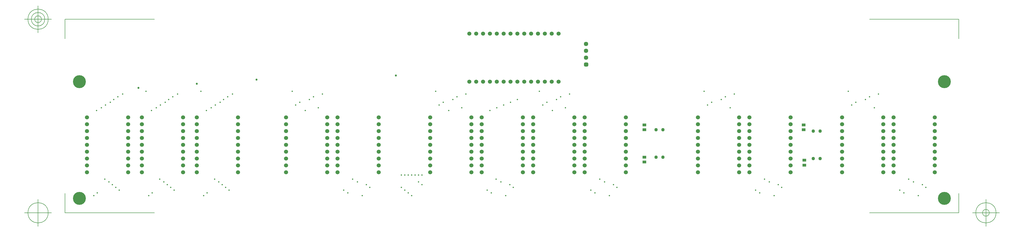
<source format=gbr>
G04 Generated by Ultiboard 14.1 *
%FSLAX34Y34*%
%MOMM*%

%ADD10C,0.0001*%
%ADD11C,0.1270*%
%ADD12C,0.5000*%
%ADD13C,0.7500*%
%ADD14C,4.8000*%
%ADD15C,1.5000*%
%ADD16R,1.4500X1.0500*%
%ADD17C,1.6088*%
%ADD18R,0.5291X0.5291*%
%ADD19C,0.9949*%
%ADD20C,1.2700*%


G04 ColorRGB FF00CC for the following layer *
%LNSolder Mask Top*%
%LPD*%
G54D10*
G54D11*
X-2540Y-2540D02*
X-2540Y69088D01*
X-2540Y-2540D02*
X328168Y-2540D01*
X3304540Y-2540D02*
X2973832Y-2540D01*
X3304540Y-2540D02*
X3304540Y69088D01*
X3304540Y713740D02*
X3304540Y642112D01*
X3304540Y713740D02*
X2973832Y713740D01*
X-2540Y713740D02*
X328168Y713740D01*
X-2540Y713740D02*
X-2540Y642112D01*
X-52540Y-2540D02*
X-152540Y-2540D01*
X-102540Y-52540D02*
X-102540Y47460D01*
X-140040Y-2540D02*
G75*
D01*
G02X-140040Y-2540I37500J0*
G01*
X3354540Y-2540D02*
X3454540Y-2540D01*
X3404540Y-52540D02*
X3404540Y47460D01*
X3367040Y-2540D02*
G75*
D01*
G02X3367040Y-2540I37500J0*
G01*
X3392040Y-2540D02*
G75*
D01*
G02X3392040Y-2540I12500J0*
G01*
X-52540Y713740D02*
X-152540Y713740D01*
X-102540Y663740D02*
X-102540Y763740D01*
X-140040Y713740D02*
G75*
D01*
G02X-140040Y713740I37500J0*
G01*
X-127540Y713740D02*
G75*
D01*
G02X-127540Y713740I25000J0*
G01*
X-115040Y713740D02*
G75*
D01*
G02X-115040Y713740I12500J0*
G01*
G54D12*
X104140Y60960D03*
X307340Y60960D03*
X510540Y60960D03*
X1097280Y60960D03*
X1628140Y60960D03*
X2011680Y60960D03*
X2621280Y60960D03*
X3154680Y60960D03*
X116840Y71120D03*
X198120Y81280D03*
X320040Y71120D03*
X401320Y81280D03*
X523240Y71120D03*
X604520Y81280D03*
X1028700Y81280D03*
X1043940Y71120D03*
X1559560Y81280D03*
X1574800Y71120D03*
X1943100Y81280D03*
X1958340Y71120D03*
X2552700Y81280D03*
X2567940Y71120D03*
X3086100Y81280D03*
X3101340Y71120D03*
X172720Y101600D03*
X185420Y91440D03*
X375920Y101600D03*
X388620Y91440D03*
X579120Y101600D03*
X591820Y91440D03*
X1112520Y101600D03*
X1125220Y91440D03*
X1643380Y101600D03*
X1656080Y91440D03*
X2026920Y101600D03*
X2039620Y91440D03*
X2636520Y101600D03*
X2649220Y91440D03*
X3169920Y101600D03*
X3182620Y91440D03*
X144780Y121920D03*
X160020Y111760D03*
X347980Y121920D03*
X363220Y111760D03*
X551180Y121920D03*
X566420Y111760D03*
X1061720Y121920D03*
X1079500Y111760D03*
X1592580Y121920D03*
X1610360Y111760D03*
X1976120Y121920D03*
X1993900Y111760D03*
X2585720Y121920D03*
X2603500Y111760D03*
X3119120Y121920D03*
X3136900Y111760D03*
X114300Y375920D03*
X132080Y386080D03*
X317500Y375920D03*
X335280Y386080D03*
X520700Y375920D03*
X538480Y386080D03*
X886460Y375920D03*
X934720Y386080D03*
X1417320Y375920D03*
X1465580Y386080D03*
X1800860Y375920D03*
X1849120Y386080D03*
X2458720Y386080D03*
X2992120Y386080D03*
X165100Y406400D03*
X147320Y396240D03*
X350520Y396240D03*
X368300Y406400D03*
X553720Y396240D03*
X571500Y406400D03*
X866140Y406400D03*
X850900Y396240D03*
X1381760Y396240D03*
X1397000Y406400D03*
X1765300Y396240D03*
X1780540Y406400D03*
X2374900Y396240D03*
X2390140Y406400D03*
X2923540Y406400D03*
X2908300Y396240D03*
X177800Y416560D03*
X193040Y426720D03*
X381000Y416560D03*
X396240Y426720D03*
X584200Y416560D03*
X599440Y426720D03*
X901700Y416560D03*
X916940Y426720D03*
X1432560Y416560D03*
X1447800Y426720D03*
X1816100Y416560D03*
X1831340Y426720D03*
X2425700Y416560D03*
X2440940Y426720D03*
X2959100Y416560D03*
X2974340Y426720D03*
X210820Y436880D03*
X297180Y447040D03*
X414020Y436880D03*
X500380Y447040D03*
X617220Y436880D03*
X838200Y447040D03*
X949960Y436880D03*
X1369060Y447040D03*
X1480820Y436880D03*
X1752600Y447040D03*
X1864360Y436880D03*
X2362200Y447040D03*
X2473960Y436880D03*
X2895600Y447040D03*
X3007360Y436880D03*
X1569720Y375920D03*
X1595120Y386080D03*
X1620520Y396240D03*
X1645920Y406400D03*
X1671320Y416560D03*
X1242060Y137160D03*
X1254760Y137160D03*
X1267460Y137160D03*
X1280160Y137160D03*
X1292860Y137160D03*
X1305560Y137160D03*
X1318260Y137160D03*
X1242060Y91440D03*
X1254760Y81280D03*
X1267460Y71120D03*
X1280160Y60960D03*
X1305560Y111760D03*
X1318260Y101600D03*
G54D13*
X269240Y459740D03*
X706120Y490220D03*
X1221740Y505460D03*
X485140Y474980D03*
G54D14*
X50800Y482600D03*
X50800Y50800D03*
X3251200Y482600D03*
X3251200Y50800D03*
G54D15*
X3063240Y147320D03*
X3215640Y147320D03*
X3063240Y172720D03*
X3215640Y172720D03*
X3063240Y198120D03*
X3215640Y198120D03*
X3063240Y223520D03*
X3215640Y223520D03*
X3063240Y248920D03*
X3215640Y248920D03*
X3063240Y274320D03*
X3215640Y274320D03*
X3063240Y299720D03*
X3215640Y299720D03*
X3063240Y325120D03*
X3215640Y325120D03*
X3063240Y350520D03*
X3215640Y350520D03*
X2872740Y147320D03*
X3025140Y147320D03*
X2872740Y172720D03*
X3025140Y172720D03*
X2872740Y198120D03*
X3025140Y198120D03*
X2872740Y223520D03*
X3025140Y223520D03*
X2872740Y248920D03*
X3025140Y248920D03*
X2872740Y274320D03*
X3025140Y274320D03*
X2872740Y299720D03*
X3025140Y299720D03*
X2872740Y325120D03*
X3025140Y325120D03*
X2872740Y350520D03*
X3025140Y350520D03*
X2529840Y147320D03*
X2682240Y147320D03*
X2529840Y172720D03*
X2682240Y172720D03*
X2529840Y198120D03*
X2682240Y198120D03*
X2529840Y223520D03*
X2682240Y223520D03*
X2529840Y248920D03*
X2682240Y248920D03*
X2529840Y274320D03*
X2682240Y274320D03*
X2529840Y299720D03*
X2682240Y299720D03*
X2529840Y325120D03*
X2682240Y325120D03*
X2529840Y350520D03*
X2682240Y350520D03*
X2339340Y147320D03*
X2491740Y147320D03*
X2339340Y172720D03*
X2491740Y172720D03*
X2339340Y198120D03*
X2491740Y198120D03*
X2339340Y223520D03*
X2491740Y223520D03*
X2339340Y248920D03*
X2491740Y248920D03*
X2339340Y274320D03*
X2491740Y274320D03*
X2339340Y299720D03*
X2491740Y299720D03*
X2339340Y325120D03*
X2491740Y325120D03*
X2339340Y350520D03*
X2491740Y350520D03*
X1920240Y147320D03*
X2072640Y147320D03*
X1920240Y172720D03*
X2072640Y172720D03*
X1920240Y198120D03*
X2072640Y198120D03*
X1920240Y223520D03*
X2072640Y223520D03*
X1920240Y248920D03*
X2072640Y248920D03*
X1920240Y274320D03*
X2072640Y274320D03*
X1920240Y299720D03*
X2072640Y299720D03*
X1920240Y325120D03*
X2072640Y325120D03*
X1920240Y350520D03*
X2072640Y350520D03*
X1348740Y147320D03*
X1501140Y147320D03*
X1348740Y172720D03*
X1501140Y172720D03*
X1348740Y198120D03*
X1501140Y198120D03*
X1348740Y223520D03*
X1501140Y223520D03*
X1348740Y248920D03*
X1501140Y248920D03*
X1348740Y274320D03*
X1501140Y274320D03*
X1348740Y299720D03*
X1501140Y299720D03*
X1348740Y325120D03*
X1501140Y325120D03*
X1348740Y350520D03*
X1501140Y350520D03*
X1005840Y147320D03*
X1158240Y147320D03*
X1005840Y172720D03*
X1158240Y172720D03*
X1005840Y198120D03*
X1158240Y198120D03*
X1005840Y223520D03*
X1158240Y223520D03*
X1005840Y248920D03*
X1158240Y248920D03*
X1005840Y274320D03*
X1158240Y274320D03*
X1005840Y299720D03*
X1158240Y299720D03*
X1005840Y325120D03*
X1158240Y325120D03*
X1005840Y350520D03*
X1158240Y350520D03*
X815340Y147320D03*
X967740Y147320D03*
X815340Y172720D03*
X967740Y172720D03*
X815340Y198120D03*
X967740Y198120D03*
X815340Y223520D03*
X967740Y223520D03*
X815340Y248920D03*
X967740Y248920D03*
X815340Y274320D03*
X967740Y274320D03*
X815340Y299720D03*
X967740Y299720D03*
X815340Y325120D03*
X967740Y325120D03*
X815340Y350520D03*
X967740Y350520D03*
X1729740Y147320D03*
X1882140Y147320D03*
X1729740Y172720D03*
X1882140Y172720D03*
X1729740Y198120D03*
X1882140Y198120D03*
X1729740Y223520D03*
X1882140Y223520D03*
X1729740Y248920D03*
X1882140Y248920D03*
X1729740Y274320D03*
X1882140Y274320D03*
X1729740Y299720D03*
X1882140Y299720D03*
X1729740Y325120D03*
X1882140Y325120D03*
X1729740Y350520D03*
X1882140Y350520D03*
X1539240Y147320D03*
X1691640Y147320D03*
X1539240Y172720D03*
X1691640Y172720D03*
X1539240Y198120D03*
X1691640Y198120D03*
X1539240Y223520D03*
X1691640Y223520D03*
X1539240Y248920D03*
X1691640Y248920D03*
X1539240Y274320D03*
X1691640Y274320D03*
X1539240Y299720D03*
X1691640Y299720D03*
X1539240Y325120D03*
X1691640Y325120D03*
X1539240Y350520D03*
X1691640Y350520D03*
X485140Y147330D03*
X637540Y147330D03*
X485140Y172730D03*
X637540Y172730D03*
X485140Y198130D03*
X637540Y198130D03*
X485140Y223530D03*
X637540Y223530D03*
X485140Y248930D03*
X637540Y248930D03*
X485140Y274330D03*
X637540Y274330D03*
X485140Y299730D03*
X637540Y299730D03*
X485140Y325130D03*
X637540Y325130D03*
X485140Y350530D03*
X637540Y350530D03*
X281940Y147330D03*
X434340Y147330D03*
X281940Y172730D03*
X434340Y172730D03*
X281940Y198130D03*
X434340Y198130D03*
X281940Y223530D03*
X434340Y223530D03*
X281940Y248930D03*
X434340Y248930D03*
X281940Y274330D03*
X434340Y274330D03*
X281940Y299730D03*
X434340Y299730D03*
X281940Y325130D03*
X434340Y325130D03*
X281940Y350530D03*
X434340Y350530D03*
X78740Y147330D03*
X231140Y147330D03*
X78740Y172730D03*
X231140Y172730D03*
X78740Y198130D03*
X231140Y198130D03*
X78740Y223530D03*
X231140Y223530D03*
X78740Y248930D03*
X231140Y248930D03*
X78740Y274330D03*
X231140Y274330D03*
X78740Y299730D03*
X231140Y299730D03*
X78740Y325130D03*
X231140Y325130D03*
X78740Y350530D03*
X231140Y350530D03*
X1645920Y660400D03*
X1823720Y660400D03*
X1823720Y482600D03*
X1747520Y482600D03*
X1722120Y482600D03*
X1696720Y482600D03*
X1671320Y482600D03*
X1645920Y482600D03*
X1620520Y482600D03*
X1595120Y482600D03*
X1696720Y660400D03*
X1544320Y482600D03*
X1518920Y482600D03*
X1493520Y482600D03*
X1493520Y660400D03*
X1518920Y660400D03*
X1544320Y660400D03*
X1569720Y660400D03*
X1798320Y660400D03*
X1772920Y660400D03*
X1747520Y660400D03*
X1722120Y660400D03*
X1671320Y660400D03*
X1620520Y660400D03*
X1772920Y482600D03*
X1798320Y482600D03*
X1569720Y482600D03*
X1595120Y660400D03*
G54D16*
X2141220Y322690D03*
X2141220Y304690D03*
X2141220Y185310D03*
X2141220Y203310D03*
X2730500Y304690D03*
X2730500Y322690D03*
X2733040Y173880D03*
X2733040Y191880D03*
G54D17*
X1925320Y571500D03*
X1925320Y622300D03*
X1925320Y596900D03*
G54D18*
X1925320Y546100D03*
G54D19*
X1922675Y543455D02*
X1927965Y543455D01*
X1927965Y548745D01*
X1922675Y548745D01*
X1922675Y543455D01*D02*
G54D20*
X2209800Y304800D03*
X2184400Y304800D03*
X2209800Y203200D03*
X2184400Y203200D03*
X2791460Y299720D03*
X2766060Y299720D03*
X2791460Y198120D03*
X2766060Y198120D03*

M02*

</source>
